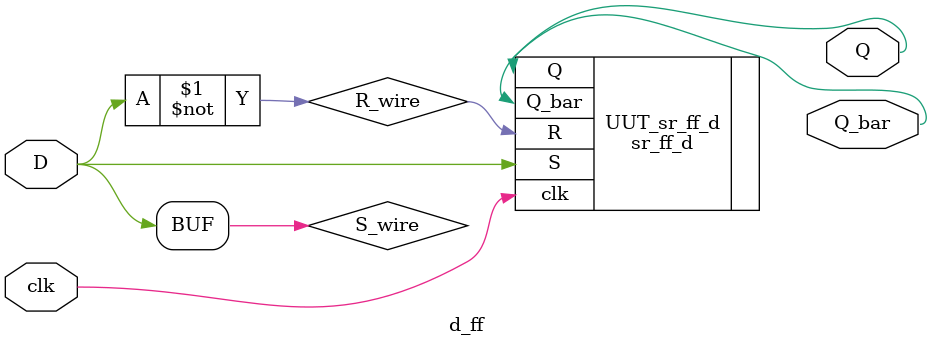
<source format=v>
module d_ff(
    input D,
    input clk,
    output Q,
    output Q_bar
);

    wire S_wire;
    wire R_wire;

    assign S_wire = D;

    not (R_wire, D);
// change sr_ff_d to sr_ff
    sr_ff_d UUT_sr_ff_d (
        .S(S_wire),
        .R(R_wire),
        .clk(clk),
        .Q(Q),
        .Q_bar(Q_bar)
    );

endmodule


</source>
